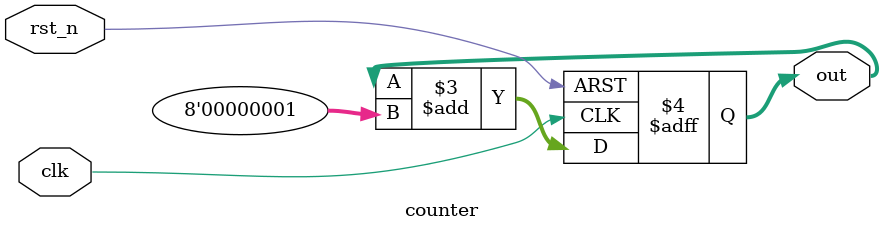
<source format=v>

module counter(
    input clk,
    input rst_n,
    output reg [7:0] out
);

    always @ (posedge clk or negedge rst_n) begin
        if (rst_n == 1'b0)
            out <= 8'b0;
        else
            out <= out + 8'b1;
    end

endmodule

</source>
